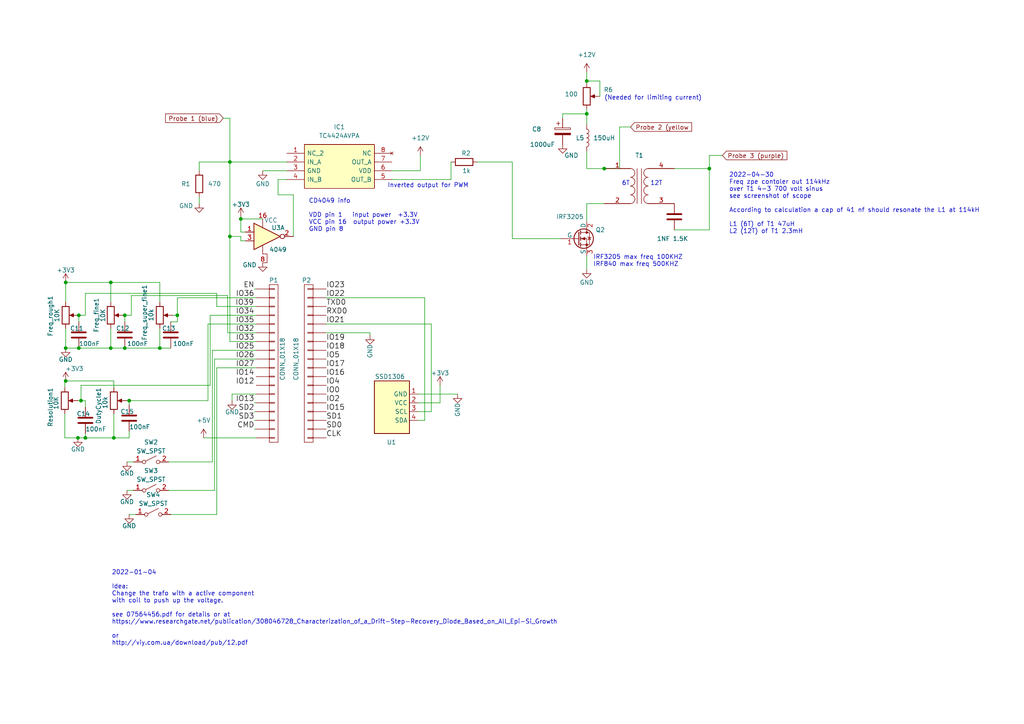
<source format=kicad_sch>
(kicad_sch (version 20220404) (generator eeschema)
  (paper "A4")
  (title_block (title "ZPE controller") (date "2022-02-19") (rev "V0.9"))
  (lib_symbols
    (symbol "4xxx:4009" (pin_names (offset 1.016))
      (property "Reference" "U3" (at 3.175 2.54 0))
      (property "Value" "4049" (at 3.175 -3.81 0))
      (symbol "4009_0_1"
        (polyline (pts (xy -1.27 -5.08) (xy -1.27 -2.54)))
        (polyline (pts (xy -1.27 3.81) (xy -1.27 2.54)))
        (polyline (pts (xy -1.27 5.08) (xy -1.27 3.81)))
        (polyline (pts (xy -1.27 -5.08) (xy 0 -5.08) (xy 0 -7.62) (xy -1.27 -7.62)))
      )
      (symbol "4009_1_0"
        (polyline (pts (xy -3.81 3.81) (xy -3.81 -3.81) (xy 3.81 0) (xy -3.81 3.81)) (stroke (width 0.254)) (fill (type background)))
        (pin output inverted (at 7.62 0 180) (length 3.81) (name "~") (number "2"))
        (pin input line (at -6.35 -1.27 0) (length 2.54) (name "~") (number "3"))
      )
      (symbol "4009_1_1"
        (pin power_in line (at -6.35 1.27 0) (length 2.54) (name "VDD") (number "1"))
        (pin power_in line (at -1.27 5.08 0) (length 0) (name "VCC") (number "16"))
        (pin power_in line (at -1.27 -7.62 180) (length 0) (name "GND") (number "8"))
      )
      (symbol "4009_2_0"
        (polyline (pts (xy -3.81 3.81) (xy -3.81 -3.81) (xy 3.81 0) (xy -3.81 3.81)) (stroke (width 0.254)) (fill (type background)))
        (pin output inverted (at 7.62 0 180) (length 3.81) (name "~") (number "4"))
        (pin input line (at -7.62 0 0) (length 3.81) (name "~") (number "5"))
      )
      (symbol "4009_3_0"
        (polyline (pts (xy -3.81 3.81) (xy -3.81 -3.81) (xy 3.81 0) (xy -3.81 3.81)) (stroke (width 0.254)) (fill (type background)))
        (pin output inverted (at 7.62 0 180) (length 3.81) (name "~") (number "6"))
        (pin input line (at -7.62 0 0) (length 3.81) (name "~") (number "7"))
      )
      (symbol "4009_4_0"
        (polyline (pts (xy -3.81 3.81) (xy -3.81 -3.81) (xy 3.81 0) (xy -3.81 3.81)) (stroke (width 0.254)) (fill (type background)))
        (pin output inverted (at 7.62 0 180) (length 3.81) (name "~") (number "10"))
        (pin input line (at -7.62 0 0) (length 3.81) (name "~") (number "9"))
      )
      (symbol "4009_5_0"
        (polyline (pts (xy -3.81 3.81) (xy -3.81 -3.81) (xy 3.81 0) (xy -3.81 3.81)) (stroke (width 0.254)) (fill (type background)))
        (pin input line (at -7.62 0 0) (length 3.81) (name "~") (number "11"))
        (pin output inverted (at 7.62 0 180) (length 3.81) (name "~") (number "12"))
      )
      (symbol "4009_6_0"
        (polyline (pts (xy -3.81 3.81) (xy -3.81 -3.81) (xy 3.81 0) (xy -3.81 3.81)) (stroke (width 0.254)) (fill (type background)))
        (pin input line (at -7.62 0 0) (length 3.81) (name "~") (number "14"))
        (pin output inverted (at 7.62 0 180) (length 3.81) (name "~") (number "15"))
      )
      (symbol "4009_7_0"
        (pin power_in line (at 2.54 12.7 270) (length 5.08) (name "VCC") (number "1"))
        (pin power_in line (at -2.54 12.7 270) (length 5.08) (name "VDD") (number "16"))
        (pin power_in line (at 0 -12.7 90) (length 5.08) (name "VSS") (number "8"))
      )
      (symbol "4009_7_1"
        (rectangle (start -5.08 7.62) (end 5.08 -7.62) (stroke (width 0.254)) (fill (type background)))
      )
    )
    (symbol "CONN_01X19_1" (pin_numbers hide) (pin_names (offset 1.016) hide)
      (property "Reference" "P1" (at 0 25.4 0))
      (property "Value" "CONN_01X19_1" (at 2.54 0 90))
      (symbol "CONN_01X19_1_0_1"
        (rectangle (start -1.27 -22.733) (end 0.254 -22.987))
        (rectangle (start -1.27 -20.193) (end 0.254 -20.447))
        (rectangle (start -1.27 -17.653) (end 0.254 -17.907))
        (rectangle (start -1.27 -15.113) (end 0.254 -15.367))
        (rectangle (start -1.27 -12.573) (end 0.254 -12.827))
        (rectangle (start -1.27 -10.033) (end 0.254 -10.287))
        (rectangle (start -1.27 -7.493) (end 0.254 -7.747))
        (rectangle (start -1.27 -4.953) (end 0.254 -5.207))
        (rectangle (start -1.27 -2.413) (end 0.254 -2.667))
        (rectangle (start -1.27 0.127) (end 0.254 -0.127))
        (rectangle (start -1.27 2.667) (end 0.254 2.413))
        (rectangle (start -1.27 5.207) (end 0.254 4.953))
        (rectangle (start -1.27 7.747) (end 0.254 7.493))
        (rectangle (start -1.27 10.287) (end 0.254 10.033))
        (rectangle (start -1.27 12.827) (end 0.254 12.573))
        (rectangle (start -1.27 15.367) (end 0.254 15.113))
        (rectangle (start -1.27 17.907) (end 0.254 17.653))
        (rectangle (start -1.27 20.447) (end 0.254 20.193))
        (rectangle (start -1.27 21.59) (end 1.27 -24.13))
      )
      (symbol "CONN_01X19_1_1_1"
        (pin passive line (at -5.08 0 0) (length 3.81) (name "P10") (number "10"))
        (pin passive line (at -5.08 -2.54 0) (length 3.81) (name "P11") (number "11"))
        (pin passive line (at -5.08 -5.08 0) (length 3.81) (name "P12") (number "12"))
        (pin passive line (at -5.08 -7.62 0) (length 3.81) (name "P13") (number "13"))
        (pin passive line (at -5.08 -10.16 0) (length 3.81) (name "P14") (number "14"))
        (pin passive line (at -5.08 -12.7 0) (length 3.81) (name "P15") (number "15"))
        (pin passive line (at -5.08 -15.24 0) (length 3.81) (name "P16") (number "16"))
        (pin passive line (at -5.08 -17.78 0) (length 3.81) (name "P17") (number "17"))
        (pin passive line (at -5.08 -20.32 0) (length 3.81) (name "P18") (number "18"))
        (pin passive line (at -5.08 -22.86 0) (length 3.81) (name "P19") (number "19"))
        (pin passive line (at -5.08 20.32 0) (length 3.81) (name "P2") (number "2"))
        (pin passive line (at -5.08 17.78 0) (length 3.81) (name "P3") (number "3"))
        (pin passive line (at -5.08 15.24 0) (length 3.81) (name "P4") (number "4"))
        (pin passive line (at -5.08 12.7 0) (length 3.81) (name "P5") (number "5"))
        (pin passive line (at -5.08 10.16 0) (length 3.81) (name "P6") (number "6"))
        (pin passive line (at -5.08 7.62 0) (length 3.81) (name "P7") (number "7"))
        (pin passive line (at -5.08 5.08 0) (length 3.81) (name "P8") (number "8"))
        (pin passive line (at -5.08 2.54 0) (length 3.81) (name "P9") (number "9"))
      )
    )
    (symbol "Device:C" (pin_numbers hide) (pin_names (offset 0.254))
      (property "Reference" "C" (at 0.635 2.54 0))
      (property "Value" "C" (at 0.635 -2.54 0))
      (symbol "C_0_1"
        (polyline (pts (xy -2.032 -0.762) (xy 2.032 -0.762)) (stroke (width 0.508)))
        (polyline (pts (xy -2.032 0.762) (xy 2.032 0.762)) (stroke (width 0.508)))
      )
      (symbol "C_1_1"
        (pin passive line (at 0 3.81 270) (length 2.794) (name "~") (number "1"))
        (pin passive line (at 0 -3.81 90) (length 2.794) (name "~") (number "2"))
      )
    )
    (symbol "Device:C_Polarized" (pin_numbers hide) (pin_names (offset 0.254))
      (property "Reference" "C" (at 0.635 2.54 0))
      (property "Value" "C_Polarized" (at 0.635 -2.54 0))
      (symbol "C_Polarized_0_1"
        (rectangle (start -2.286 0.508) (end 2.286 1.016))
        (polyline (pts (xy -1.778 2.286) (xy -0.762 2.286)))
        (polyline (pts (xy -1.27 2.794) (xy -1.27 1.778)))
        (rectangle (start 2.286 -0.508) (end -2.286 -1.016) (fill (type outline)))
      )
      (symbol "C_Polarized_1_1"
        (pin passive line (at 0 3.81 270) (length 2.794) (name "~") (number "1"))
        (pin passive line (at 0 -3.81 90) (length 2.794) (name "~") (number "2"))
      )
    )
    (symbol "Device:R" (pin_numbers hide) (pin_names (offset 0))
      (property "Reference" "R" (at 2.032 0 90))
      (property "Value" "R" (at 0 0 90))
      (symbol "R_0_1"
        (rectangle (start -1.016 -2.54) (end 1.016 2.54) (stroke (width 0.254)))
      )
      (symbol "R_1_1"
        (pin passive line (at 0 3.81 270) (length 1.27) (name "~") (number "1"))
        (pin passive line (at 0 -3.81 90) (length 1.27) (name "~") (number "2"))
      )
    )
    (symbol "Device:R_Potentiometer" (pin_numbers hide) (pin_names (offset 1.016) hide)
      (property "Reference" "RV" (at -4.445 0 90))
      (property "Value" "R_Potentiometer" (at -2.54 0 90))
      (symbol "R_Potentiometer_0_1"
        (polyline (pts (xy 2.54 0) (xy 1.524 0)))
        (polyline (pts (xy 1.143 0) (xy 2.286 0.508) (xy 2.286 -0.508) (xy 1.143 0)) (fill (type outline)))
        (rectangle (start 1.016 2.54) (end -1.016 -2.54) (stroke (width 0.254)))
      )
      (symbol "R_Potentiometer_1_1"
        (pin passive line (at 0 3.81 270) (length 1.27) (name "1") (number "1"))
        (pin passive line (at 3.81 0 180) (length 1.27) (name "2") (number "2"))
        (pin passive line (at 0 -3.81 90) (length 1.27) (name "3") (number "3"))
      )
    )
    (symbol "Device:Transformer_1P_1S" (pin_names (offset 1.016) hide)
      (property "Reference" "T" (at 0 6.35 0))
      (property "Value" "Transformer_1P_1S" (at 0 -7.62 0))
      (symbol "Transformer_1P_1S_0_1"
        (arc (start -2.54 -5.0546) (mid -1.6561 -4.6863) (end -1.27 -3.81))
        (arc (start -2.54 -2.5146) (mid -1.6561 -2.1463) (end -1.27 -1.27))
        (arc (start -2.54 0.0254) (mid -1.6561 0.3937) (end -1.27 1.27))
        (arc (start -2.54 2.5654) (mid -1.6561 2.9337) (end -1.27 3.81))
        (arc (start -1.27 -3.81) (mid -1.642 -2.912) (end -2.54 -2.54))
        (arc (start -1.27 -1.27) (mid -1.642 -0.372) (end -2.54 0))
        (arc (start -1.27 1.27) (mid -1.642 2.168) (end -2.54 2.54))
        (arc (start -1.27 3.81) (mid -1.642 4.708) (end -2.54 5.08))
        (polyline (pts (xy -0.635 5.08) (xy -0.635 -5.08)))
        (polyline (pts (xy 0.635 -5.08) (xy 0.635 5.08)))
        (arc (start 1.2954 -1.27) (mid 1.6599 -2.1501) (end 2.54 -2.5146))
        (arc (start 1.2954 1.27) (mid 1.6599 0.3899) (end 2.54 0.0254))
        (arc (start 1.2954 3.81) (mid 1.6599 2.9299) (end 2.54 2.5654))
        (arc (start 1.3208 -3.81) (mid 1.6853 -4.6901) (end 2.5654 -5.0546))
        (arc (start 2.54 0) (mid 1.6456 -0.3683) (end 1.2954 -1.27))
        (arc (start 2.54 2.54) (mid 1.6456 2.1717) (end 1.2954 1.27))
        (arc (start 2.54 5.08) (mid 1.6456 4.7117) (end 1.2954 3.81))
        (arc (start 2.5654 -2.54) (mid 1.671 -2.9083) (end 1.3208 -3.81))
      )
      (symbol "Transformer_1P_1S_1_1"
        (pin passive line (at -10.16 5.08 0) (length 7.62) (name "AA") (number "1"))
        (pin passive line (at -10.16 -5.08 0) (length 7.62) (name "AB") (number "2"))
        (pin passive line (at 10.16 -5.08 180) (length 7.62) (name "SA") (number "3"))
        (pin passive line (at 10.16 5.08 180) (length 7.62) (name "SB") (number "4"))
      )
    )
    (symbol "Hornbill-Devboard-rescue:+3.3V" (power) (pin_names (offset 0))
      (property "Value" "+3.3V" (at 0 3.556 0))
      (symbol "+3.3V_0_1"
        (polyline (pts (xy -0.762 1.27) (xy 0 2.54)))
        (polyline (pts (xy 0 0) (xy 0 2.54)))
        (polyline (pts (xy 0 2.54) (xy 0.762 1.27)))
      )
      (symbol "+3.3V_1_1"
        (pin power_in line (at 0 0 90) (length 0) hide (name "+3V3") (number "1"))
      )
    )
    (symbol "Hornbill-Devboard-rescue:CONN_01X19" (pin_numbers hide) (pin_names (offset 1.016) hide)
      (property "Reference" "P2" (at 0 24.13 0))
      (property "Value" "CONN_01X19" (at -2.54 0 90))
      (symbol "CONN_01X19_0_1"
        (rectangle (start -1.27 -22.733) (end 0.254 -22.987))
        (rectangle (start -1.27 -20.193) (end 0.254 -20.447))
        (rectangle (start -1.27 -17.653) (end 0.254 -17.907))
        (rectangle (start -1.27 -15.113) (end 0.254 -15.367))
        (rectangle (start -1.27 -12.573) (end 0.254 -12.827))
        (rectangle (start -1.27 -10.033) (end 0.254 -10.287))
        (rectangle (start -1.27 -7.493) (end 0.254 -7.747))
        (rectangle (start -1.27 -4.953) (end 0.254 -5.207))
        (rectangle (start -1.27 -2.413) (end 0.254 -2.667))
        (rectangle (start -1.27 0.127) (end 0.254 -0.127))
        (rectangle (start -1.27 2.667) (end 0.254 2.413))
        (rectangle (start -1.27 5.207) (end 0.254 4.953))
        (rectangle (start -1.27 7.747) (end 0.254 7.493))
        (rectangle (start -1.27 10.287) (end 0.254 10.033))
        (rectangle (start -1.27 12.827) (end 0.254 12.573))
        (rectangle (start -1.27 15.367) (end 0.254 15.113))
        (rectangle (start -1.27 17.907) (end 0.254 17.653))
        (rectangle (start -1.27 20.447) (end 0.254 20.193))
        (rectangle (start -1.27 21.59) (end 1.27 -24.13))
      )
      (symbol "CONN_01X19_1_1"
        (pin passive line (at -5.08 0 0) (length 3.81) (name "P10") (number "10"))
        (pin passive line (at -5.08 -2.54 0) (length 3.81) (name "P11") (number "11"))
        (pin passive line (at -5.08 -5.08 0) (length 3.81) (name "P12") (number "12"))
        (pin passive line (at -5.08 -7.62 0) (length 3.81) (name "P13") (number "13"))
        (pin passive line (at -5.08 -10.16 0) (length 3.81) (name "P14") (number "14"))
        (pin passive line (at -5.08 -12.7 0) (length 3.81) (name "P15") (number "15"))
        (pin passive line (at -5.08 -15.24 0) (length 3.81) (name "P16") (number "16"))
        (pin passive line (at -5.08 -17.78 0) (length 3.81) (name "P17") (number "17"))
        (pin passive line (at -5.08 -20.32 0) (length 3.81) (name "P18") (number "18"))
        (pin passive line (at -5.08 -22.86 0) (length 3.81) (name "P19") (number "19"))
        (pin passive line (at -5.08 20.32 0) (length 3.81) (name "P2") (number "2"))
        (pin passive line (at -5.08 17.78 0) (length 3.81) (name "P3") (number "3"))
        (pin passive line (at -5.08 15.24 0) (length 3.81) (name "P4") (number "4"))
        (pin passive line (at -5.08 12.7 0) (length 3.81) (name "P5") (number "5"))
        (pin passive line (at -5.08 10.16 0) (length 3.81) (name "P6") (number "6"))
        (pin passive line (at -5.08 7.62 0) (length 3.81) (name "P7") (number "7"))
        (pin passive line (at -5.08 5.08 0) (length 3.81) (name "P8") (number "8"))
        (pin passive line (at -5.08 2.54 0) (length 3.81) (name "P9") (number "9"))
      )
    )
    (symbol "Hornbill-Devboard-rescue:GND" (power) (pin_names (offset 0))
      (property "Value" "GND" (at 0 -3.81 0))
      (symbol "GND_0_1"
        (polyline (pts (xy 0 0) (xy 0 -1.27) (xy 1.27 -1.27) (xy 0 -2.54) (xy -1.27 -1.27) (xy 0 -1.27)))
      )
      (symbol "GND_1_1"
        (pin power_in line (at 0 0 270) (length 0) hide (name "GND") (number "1"))
      )
    )
    (symbol "L_1" (pin_numbers hide) (pin_names (offset 1.016) hide)
      (property "Reference" "L" (at -1.27 0 90))
      (property "Value" "L_1" (at 1.905 0 90))
      (symbol "L_1_0_1"
        (arc (start 0 -2.54) (mid 0.6322 -1.905) (end 0 -1.27))
        (arc (start 0 -1.27) (mid 0.6322 -0.635) (end 0 0))
        (arc (start 0 0) (mid 0.6322 0.635) (end 0 1.27))
        (arc (start 0 1.27) (mid 0.6322 1.905) (end 0 2.54))
      )
      (symbol "L_1_1_1"
        (pin passive line (at 0 3.81 270) (length 1.27) (name "1") (number "1"))
        (pin passive line (at 0 -3.81 90) (length 1.27) (name "2") (number "2"))
      )
    )
    (symbol "Memory_EEPROM:24AA02-OT"
      (property "Reference" "U?" (at -6.35 5.08 0))
      (property "Value" "SSD1306" (at 3.81 8.89 0))
      (symbol "24AA02-OT_1_1"
        (rectangle (start -5.08 -7.62) (end 5.08 7.62) (stroke (width 0.254)) (fill (type background)))
        (pin power_in line (at 7.62 3.81 180) (length 2.54) (name "GND") (number "1"))
        (pin power_in line (at 7.62 1.27 180) (length 2.54) (name "VCC") (number "2"))
        (pin input line (at 7.62 -1.27 180) (length 2.54) (name "SCL") (number "3"))
        (pin bidirectional line (at 7.62 -3.81 180) (length 2.54) (name "SDA") (number "4"))
        (pin no_connect line (at 7.62 -2.54 180) (length 2.54) hide (name "NC") (number "5"))
      )
    )
    (symbol "R_Potentiometer_1" (pin_numbers hide) (pin_names (offset 1.016) hide)
      (property "Reference" "RV" (at -4.445 0 90))
      (property "Value" "R_Potentiometer_1" (at -2.54 0 90))
      (symbol "R_Potentiometer_1_0_1"
        (polyline (pts (xy 2.54 0) (xy 1.524 0)))
        (polyline (pts (xy 1.143 0) (xy 2.286 0.508) (xy 2.286 -0.508) (xy 1.143 0)) (fill (type outline)))
        (rectangle (start 1.016 2.54) (end -1.016 -2.54) (stroke (width 0.254)))
      )
      (symbol "R_Potentiometer_1_1_1"
        (pin passive line (at 0 3.81 270) (length 1.27) (name "1") (number "1"))
        (pin passive line (at 3.81 0 180) (length 1.27) (name "2") (number "2"))
        (pin passive line (at 0 -3.81 90) (length 1.27) (name "3") (number "3"))
      )
    )
    (symbol "R_Potentiometer_2" (pin_numbers hide) (pin_names (offset 1.016) hide)
      (property "Reference" "RV" (at -4.445 0 90))
      (property "Value" "R_Potentiometer_2" (at -2.54 0 90))
      (symbol "R_Potentiometer_2_0_1"
        (polyline (pts (xy 2.54 0) (xy 1.524 0)))
        (polyline (pts (xy 1.143 0) (xy 2.286 0.508) (xy 2.286 -0.508) (xy 1.143 0)) (fill (type outline)))
        (rectangle (start 1.016 2.54) (end -1.016 -2.54) (stroke (width 0.254)))
      )
      (symbol "R_Potentiometer_2_1_1"
        (pin passive line (at 0 3.81 270) (length 1.27) (name "1") (number "1"))
        (pin passive line (at 3.81 0 180) (length 1.27) (name "2") (number "2"))
        (pin passive line (at 0 -3.81 90) (length 1.27) (name "3") (number "3"))
      )
    )
    (symbol "R_Potentiometer_3" (pin_numbers hide) (pin_names (offset 1.016) hide)
      (property "Reference" "RV" (at -4.445 0 90))
      (property "Value" "R_Potentiometer_3" (at -2.54 0 90))
      (symbol "R_Potentiometer_3_0_1"
        (polyline (pts (xy 2.54 0) (xy 1.524 0)))
        (polyline (pts (xy 1.143 0) (xy 2.286 0.508) (xy 2.286 -0.508) (xy 1.143 0)) (fill (type outline)))
        (rectangle (start 1.016 2.54) (end -1.016 -2.54) (stroke (width 0.254)))
      )
      (symbol "R_Potentiometer_3_1_1"
        (pin passive line (at 0 3.81 270) (length 1.27) (name "1") (number "1"))
        (pin passive line (at 3.81 0 180) (length 1.27) (name "2") (number "2"))
        (pin passive line (at 0 -3.81 90) (length 1.27) (name "3") (number "3"))
      )
    )
    (symbol "R_Potentiometer_4" (pin_numbers hide) (pin_names (offset 1.016) hide)
      (property "Reference" "RV" (at -4.445 0 90))
      (property "Value" "R_Potentiometer_4" (at -2.54 0 90))
      (symbol "R_Potentiometer_4_0_1"
        (polyline (pts (xy 2.54 0) (xy 1.524 0)))
        (polyline (pts (xy 1.143 0) (xy 2.286 0.508) (xy 2.286 -0.508) (xy 1.143 0)) (fill (type outline)))
        (rectangle (start 1.016 2.54) (end -1.016 -2.54) (stroke (width 0.254)))
      )
      (symbol "R_Potentiometer_4_1_1"
        (pin passive line (at 0 3.81 270) (length 1.27) (name "1") (number "1"))
        (pin passive line (at 3.81 0 180) (length 1.27) (name "2") (number "2"))
        (pin passive line (at 0 -3.81 90) (length 1.27) (name "3") (number "3"))
      )
    )
    (symbol "Switch:SW_SPST" (pin_names (offset 0) hide)
      (property "Reference" "SW" (at 0 3.175 0))
      (property "Value" "SW_SPST" (at 0 -2.54 0))
      (symbol "SW_SPST_0_0"
        (circle (center -2.032 0) (radius 0.508))
        (polyline (pts (xy -1.524 0.254) (xy 1.524 1.778)))
        (circle (center 2.032 0) (radius 0.508))
      )
      (symbol "SW_SPST_1_1"
        (pin passive line (at -5.08 0 0) (length 2.54) (name "A") (number "1"))
        (pin passive line (at 5.08 0 180) (length 2.54) (name "B") (number "2"))
      )
    )
    (symbol "TC4424AVPA:TC4424AVPA" (pin_names (offset 0.762))
      (property "Reference" "IC1" (at 15.24 7.62 0))
      (property "Value" "TC4424AVPA" (at 15.24 5.08 0))
      (symbol "TC4424AVPA_0_0"
        (pin passive line (at 0 0 0) (length 5.08) (name "NC_2") (number "1"))
        (pin passive line (at 0 -2.54 0) (length 5.08) (name "IN_A") (number "2"))
        (pin passive line (at 0 -5.08 0) (length 5.08) (name "GND") (number "3"))
        (pin passive line (at 0 -7.62 0) (length 5.08) (name "IN_B") (number "4"))
        (pin passive line (at 30.48 -7.62 180) (length 5.08) (name "OUT_B") (number "5"))
        (pin passive line (at 30.48 -5.08 180) (length 5.08) (name "VDD") (number "6"))
        (pin passive line (at 30.48 -2.54 180) (length 5.08) (name "OUT_A") (number "7"))
        (pin no_connect line (at 30.48 0 180) (length 5.08) (name "NC") (number "8"))
      )
      (symbol "TC4424AVPA_0_1"
        (polyline (pts (xy 5.08 2.54) (xy 25.4 2.54) (xy 25.4 -10.16) (xy 5.08 -10.16) (xy 5.08 2.54)) (stroke (width 0.1524)))
        (rectangle (start 5.08 2.54) (end 25.4 -10.16) (fill (type color) (color 255 255 194 1)))
      )
    )
    (symbol "ZPE-test-3-rescue:BUZ11-Transistor" (pin_names (offset 0))
      (property "Reference" "Q" (at 6.35 1.905 0))
      (property "Value" "BUZ11-Transistor" (at 6.35 0 0))
      (symbol "BUZ11-Transistor_0_1"
        (polyline (pts (xy 0.762 -1.778) (xy 2.54 -1.778)))
        (polyline (pts (xy 0.762 -1.27) (xy 0.762 -2.286)) (stroke (width 0.254)))
        (polyline (pts (xy 0.762 0) (xy 2.54 0)))
        (polyline (pts (xy 0.762 0.508) (xy 0.762 -0.508)) (stroke (width 0.254)))
        (polyline (pts (xy 0.762 1.778) (xy 2.54 1.778)))
        (polyline (pts (xy 0.762 2.286) (xy 0.762 1.27)) (stroke (width 0.254)))
        (polyline (pts (xy 2.54 -1.778) (xy 2.54 -2.54)))
        (polyline (pts (xy 2.54 -1.778) (xy 2.54 0)))
        (polyline (pts (xy 2.54 2.54) (xy 2.54 1.778)))
        (polyline (pts (xy 0.254 1.905) (xy 0.254 -1.905) (xy 0.254 -1.905)) (stroke (width 0.254)))
        (polyline (pts (xy 1.016 0) (xy 2.032 0.381) (xy 2.032 -0.381) (xy 1.016 0)) (fill (type outline)))
        (polyline (pts (xy 2.54 -1.778) (xy 3.302 -1.778) (xy 3.302 1.778) (xy 2.54 1.778)))
        (polyline (pts (xy 2.794 0.508) (xy 2.921 0.381) (xy 3.683 0.381) (xy 3.81 0.254)))
        (polyline (pts (xy 3.302 0.381) (xy 2.921 -0.254) (xy 3.683 -0.254) (xy 3.302 0.381)))
        (circle (center 1.651 0) (radius 2.8194) (stroke (width 0.254)))
        (circle (center 2.54 -1.778) (radius 0.2794) (fill (type outline)))
        (circle (center 2.54 1.778) (radius 0.2794) (fill (type outline)))
      )
      (symbol "BUZ11-Transistor_1_1"
        (pin input line (at -5.08 0 0) (length 5.334) (name "G") (number "1"))
        (pin passive line (at 2.54 5.08 270) (length 2.54) (name "D") (number "2"))
        (pin passive line (at 2.54 -5.08 90) (length 2.54) (name "S") (number "3"))
      )
    )
    (symbol "power:+12V" (power) (pin_names (offset 0))
      (property "Value" "+12V" (at 0 3.556 0))
      (symbol "+12V_0_1"
        (polyline (pts (xy -0.762 1.27) (xy 0 2.54)))
        (polyline (pts (xy 0 0) (xy 0 2.54)))
        (polyline (pts (xy 0 2.54) (xy 0.762 1.27)))
      )
      (symbol "+12V_1_1"
        (pin power_in line (at 0 0 90) (length 0) hide (name "+12V") (number "1"))
      )
    )
    (symbol "power:+5V" (power) (pin_names (offset 0))
      (property "Value" "+5V" (at 0 3.556 0))
      (symbol "+5V_0_1"
        (polyline (pts (xy -0.762 1.27) (xy 0 2.54)))
        (polyline (pts (xy 0 0) (xy 0 2.54)))
        (polyline (pts (xy 0 2.54) (xy 0.762 1.27)))
      )
      (symbol "+5V_1_1"
        (pin power_in line (at 0 0 90) (length 0) hide (name "+5V") (number "1"))
      )
    )
    (symbol "power:GND" (power) (pin_names (offset 0))
      (property "Value" "GND" (at 0 -3.81 0))
      (symbol "GND_0_1"
        (polyline (pts (xy 0 0) (xy 0 -1.27) (xy 1.27 -1.27) (xy 0 -2.54) (xy -1.27 -1.27) (xy 0 -1.27)))
      )
      (symbol "GND_1_1"
        (pin power_in line (at 0 0 270) (length 0) hide (name "GND") (number "1"))
      )
    )
  )
  (junction (at 170.18 33.02))
  (junction (at 205.74 48.895))
  (junction (at 51.435 91.44))
  (junction (at 32.131 100.965))
  (junction (at 22.86 100.965))
  (junction (at 19.05 100.965))
  (junction (at 19.05 110.49))
  (junction (at 22.606 127))
  (junction (at 32.131 81.915))
  (junction (at 37.465 116.205))
  (junction (at 66.675 46.99))
  (junction (at 36.195 100.965))
  (junction (at 46.355 100.965))
  (junction (at 22.86 91.44))
  (junction (at 36.195 91.44))
  (junction (at 170.18 23.495))
  (junction (at 66.675 68.58))
  (junction (at 33.02 127))
  (junction (at 19.05 81.915))
  (junction (at 23.495 116.205))
  (junction (at 175.26 48.895))
  (junction (at 69.85 63.5))
  (junction (at 24.765 127))
  (wire (pts (xy 60.96 91.44) (xy 60.96 111.76)))
  (wire (pts (xy 19.05 110.49) (xy 33.02 110.49)))
  (wire (pts (xy 179.705 36.83) (xy 179.705 48.895)))
  (wire (pts (xy 33.02 120.015) (xy 33.02 127)))
  (wire (pts (xy 24.765 127) (xy 24.765 125.73)))
  (wire (pts (xy 36.83 133.985) (xy 38.735 133.985)))
  (wire (pts (xy 22.86 91.44) (xy 24.765 91.44)))
  (wire (pts (xy 66.04 96.52) (xy 74.295 96.52)))
  (wire (pts (xy 69.85 68.58) (xy 69.85 69.85)))
  (wire (pts (xy 123.19 86.36) (xy 123.19 121.92)))
  (wire (pts (xy 205.74 48.895) (xy 205.74 66.675)))
  (wire (pts (xy 66.675 99.06) (xy 74.295 99.06)))
  (wire (pts (xy 127.635 111.76) (xy 127.635 116.84)))
  (wire (pts (xy 80.645 52.07) (xy 83.185 52.07)))
  (wire (pts (xy 66.675 34.29) (xy 66.675 46.99)))
  (wire (pts (xy 123.19 121.92) (xy 121.285 121.92)))
  (wire (pts (xy 46.355 100.965) (xy 49.53 100.965)))
  (wire (pts (xy 69.85 63.5) (xy 76.2 63.5)))
  (wire (pts (xy 170.18 20.955) (xy 170.18 23.495)))
  (wire (pts (xy 38.1 91.44) (xy 38.1 85.725)))
  (wire (pts (xy 46.355 100.965) (xy 36.195 100.965)))
  (wire (pts (xy 121.285 114.3) (xy 132.715 114.3)))
  (wire (pts (xy 48.895 142.24) (xy 62.23 142.24)))
  (wire (pts (xy 76.2 49.53) (xy 83.185 49.53)))
  (wire (pts (xy 57.785 57.15) (xy 57.785 59.055)))
  (wire (pts (xy 36.195 91.44) (xy 35.941 91.44)))
  (wire (pts (xy 209.55 45.085) (xy 205.74 45.085)))
  (wire (pts (xy 94.615 96.52) (xy 107.315 96.52)))
  (wire (pts (xy 80.645 56.515) (xy 80.645 52.07)))
  (wire (pts (xy 38.1 85.725) (xy 66.04 85.725)))
  (wire (pts (xy 49.53 93.345) (xy 51.435 93.345)))
  (wire (pts (xy 66.04 85.725) (xy 66.04 96.52)))
  (wire (pts (xy 32.131 95.25) (xy 32.131 100.965)))
  (wire (pts (xy 94.615 93.98) (xy 125.095 93.98)))
  (wire (pts (xy 19.05 95.25) (xy 19.05 100.965)))
  (wire (pts (xy 62.865 88.9) (xy 74.295 88.9)))
  (wire (pts (xy 130.81 46.99) (xy 130.81 52.07)))
  (wire (pts (xy 19.05 81.915) (xy 32.131 81.915)))
  (wire (pts (xy 46.355 81.915) (xy 32.131 81.915)))
  (wire (pts (xy 107.315 96.52) (xy 107.315 97.282)))
  (wire (pts (xy 61.595 101.6) (xy 74.295 101.6)))
  (wire (pts (xy 170.18 43.815) (xy 170.18 48.895)))
  (wire (pts (xy 51.435 93.345) (xy 51.435 91.44)))
  (wire (pts (xy 62.865 85.09) (xy 62.865 88.9)))
  (wire (pts (xy 205.74 45.085) (xy 205.74 48.895)))
  (wire (pts (xy 69.85 69.85) (xy 71.12 69.85)))
  (wire (pts (xy 32.131 100.965) (xy 36.195 100.965)))
  (wire (pts (xy 24.765 116.205) (xy 23.495 116.205)))
  (wire (pts (xy 22.606 127) (xy 18.796 127)))
  (wire (pts (xy 170.18 59.055) (xy 175.26 59.055)))
  (wire (pts (xy 18.796 127) (xy 18.796 120.015)))
  (wire (pts (xy 24.765 91.44) (xy 24.765 85.09)))
  (wire (pts (xy 36.83 142.24) (xy 38.735 142.24)))
  (wire (pts (xy 59.055 127) (xy 74.295 127)))
  (wire (pts (xy 69.85 63.5) (xy 69.85 62.865)))
  (wire (pts (xy 74.295 124.46) (xy 73.787 124.46)))
  (wire (pts (xy 66.675 68.58) (xy 66.675 99.06)))
  (wire (pts (xy 195.58 66.675) (xy 205.74 66.675)))
  (wire (pts (xy 85.09 68.58) (xy 85.09 56.515)))
  (wire (pts (xy 62.23 142.24) (xy 62.23 104.14)))
  (wire (pts (xy 182.88 36.83) (xy 179.705 36.83)))
  (wire (pts (xy 62.865 149.225) (xy 62.865 106.68)))
  (wire (pts (xy 46.355 95.25) (xy 46.355 100.965)))
  (wire (pts (xy 163.195 34.29) (xy 163.195 33.02)))
  (wire (pts (xy 74.295 119.38) (xy 73.787 119.38)))
  (wire (pts (xy 175.26 48.895) (xy 179.705 48.895)))
  (wire (pts (xy 170.18 33.02) (xy 170.18 36.195)))
  (wire (pts (xy 173.99 23.495) (xy 170.18 23.495)))
  (wire (pts (xy 67.31 114.3) (xy 67.31 116.205)))
  (wire (pts (xy 85.09 56.515) (xy 80.645 56.515)))
  (wire (pts (xy 69.85 67.31) (xy 69.85 63.5)))
  (wire (pts (xy 148.59 69.215) (xy 162.56 69.215)))
  (wire (pts (xy 170.18 31.75) (xy 170.18 33.02)))
  (wire (pts (xy 64.77 34.29) (xy 66.675 34.29)))
  (wire (pts (xy 33.02 127) (xy 24.765 127)))
  (wire (pts (xy 71.12 67.31) (xy 69.85 67.31)))
  (wire (pts (xy 173.99 27.94) (xy 173.99 23.495)))
  (wire (pts (xy 23.495 116.205) (xy 23.495 111.76)))
  (wire (pts (xy 36.83 116.205) (xy 37.465 116.205)))
  (wire (pts (xy 148.59 46.99) (xy 148.59 69.215)))
  (wire (pts (xy 67.31 114.3) (xy 74.295 114.3)))
  (wire (pts (xy 195.58 48.895) (xy 205.74 48.895)))
  (wire (pts (xy 94.615 86.36) (xy 123.19 86.36)))
  (wire (pts (xy 22.86 100.965) (xy 32.131 100.965)))
  (wire (pts (xy 66.675 46.99) (xy 66.675 68.58)))
  (wire (pts (xy 37.465 117.475) (xy 37.465 116.205)))
  (wire (pts (xy 60.325 93.98) (xy 74.295 93.98)))
  (wire (pts (xy 23.495 116.205) (xy 22.606 116.205)))
  (wire (pts (xy 50.165 91.44) (xy 51.435 91.44)))
  (wire (pts (xy 121.285 119.38) (xy 125.095 119.38)))
  (wire (pts (xy 170.18 23.495) (xy 170.18 24.13)))
  (wire (pts (xy 38.1 91.44) (xy 36.195 91.44)))
  (wire (pts (xy 62.865 106.68) (xy 74.295 106.68)))
  (wire (pts (xy 170.18 74.295) (xy 170.18 78.105)))
  (wire (pts (xy 24.765 127) (xy 22.606 127)))
  (wire (pts (xy 163.195 33.02) (xy 170.18 33.02)))
  (wire (pts (xy 33.02 110.49) (xy 33.02 112.395)))
  (wire (pts (xy 138.43 46.99) (xy 148.59 46.99)))
  (wire (pts (xy 170.18 48.895) (xy 175.26 48.895)))
  (wire (pts (xy 37.465 127) (xy 33.02 127)))
  (wire (pts (xy 125.095 119.38) (xy 125.095 93.98)))
  (wire (pts (xy 37.465 116.205) (xy 60.325 116.205)))
  (wire (pts (xy 48.895 133.985) (xy 61.595 133.985)))
  (wire (pts (xy 66.675 46.99) (xy 83.185 46.99)))
  (wire (pts (xy 18.796 112.395) (xy 18.796 110.49)))
  (wire (pts (xy 66.675 68.58) (xy 69.85 68.58)))
  (wire (pts (xy 18.796 110.49) (xy 19.05 110.49)))
  (wire (pts (xy 121.92 49.53) (xy 121.92 45.085)))
  (wire (pts (xy 74.295 121.92) (xy 73.787 121.92)))
  (wire (pts (xy 170.18 59.055) (xy 170.18 64.135)))
  (wire (pts (xy 24.765 85.09) (xy 62.865 85.09)))
  (wire (pts (xy 60.96 91.44) (xy 74.295 91.44)))
  (wire (pts (xy 37.465 125.095) (xy 37.465 127)))
  (wire (pts (xy 32.131 81.915) (xy 32.131 87.63)))
  (wire (pts (xy 113.665 49.53) (xy 121.92 49.53)))
  (wire (pts (xy 121.285 116.84) (xy 127.635 116.84)))
  (wire (pts (xy 22.86 91.44) (xy 22.86 93.345)))
  (wire (pts (xy 19.05 87.63) (xy 19.05 81.915)))
  (wire (pts (xy 36.195 91.44) (xy 36.195 93.345)))
  (wire (pts (xy 23.495 111.76) (xy 60.96 111.76)))
  (wire (pts (xy 37.465 149.225) (xy 39.37 149.225)))
  (wire (pts (xy 57.785 46.99) (xy 66.675 46.99)))
  (wire (pts (xy 62.23 104.14) (xy 74.295 104.14)))
  (wire (pts (xy 46.355 87.63) (xy 46.355 81.915)))
  (wire (pts (xy 130.81 52.07) (xy 113.665 52.07)))
  (wire (pts (xy 74.295 83.82) (xy 73.787 83.82)))
  (wire (pts (xy 60.325 93.98) (xy 60.325 116.205)))
  (wire (pts (xy 19.05 100.965) (xy 22.86 100.965)))
  (wire (pts (xy 24.765 118.11) (xy 24.765 116.205)))
  (wire (pts (xy 57.785 49.53) (xy 57.785 46.99)))
  (wire (pts (xy 61.595 133.985) (xy 61.595 101.6)))
  (wire (pts (xy 49.53 149.225) (xy 62.865 149.225)))
  (wire (pts (xy 51.435 86.36) (xy 51.435 91.44)))
  (wire (pts (xy 74.295 86.36) (xy 51.435 86.36)))
  (wire (pts (xy 74.295 116.84) (xy 73.787 116.84)))
  (text "2022-01-04\n\nIdea:\nChange the trafo with a active component \nwith coil to push up the voltage.\n\nsee 07564456.pdf for details or at \nhttps://www.researchgate.net/publication/308046728_Characterization_of_a_Drift-Step-Recovery_Diode_Based_on_All_Epi-Si_Growth\n\nor \nhttp://viy.com.ua/download/pub/12.pdf" (at 32.385 187.325 0) (effects (font (size 1.27 1.27)) (justify left bottom)))
  (text "IRF3205 max freq 100KHZ\nIRF840 max freq 500KHZ" (at 172.085 77.47 0) (effects (font (size 1.27 1.27)) (justify left bottom)))
  (text "VCC" (at 76.6733 64.8992 0) (effects (font (size 1.27 1.27)) (justify left bottom)))
  (text "6T" (at 180.34 53.975 0) (effects (font (size 1.27 1.27)) (justify left bottom)))
  (text "12T" (at 188.595 53.975 0) (effects (font (size 1.27 1.27)) (justify left bottom)))
  (text "CD4049 info\n\nVDD pin 1   input power  +3.3V\nVCC pin 16  output power +3.3V\nGND pin 8   " (at 89.535 67.31 0) (effects (font (size 1.27 1.27)) (justify left bottom)))
  (text "(Needed for limiting current)" (at 175.26 29.21 0) (effects (font (size 1.27 1.27)) (justify left bottom)))
  (text "\n2022-04-30\nFreq zpe contoler out 114kHz\nover T1 4-3 700 volt sinus \nsee screenshot of scope\n\nAccording to calculation a cap of 41 nf should resonate the L1 at 114kH\n\nL1 (6T) of T1 47uH\nL2 (12T) of T1 2.3mH" (at 211.455 67.945 0) (effects (font (size 1.27 1.27)) (justify left bottom)))
  (text "Inverted output for PWM" (at 112.395 54.61 0) (effects (font (size 1.27 1.27)) (justify left bottom)))
  (label "IO23" (at 94.615 83.82 0) (effects (font (size 1.524 1.524))))
  (label "EN" (at 73.787 83.82 0) (effects (font (size 1.524 1.524))))
  (label "IO5" (at 94.615 104.14 0) (effects (font (size 1.524 1.524))))
  (label "IO16" (at 94.615 109.22 0) (effects (font (size 1.524 1.524))))
  (label "IO26" (at 73.787 104.14 0) (effects (font (size 1.524 1.524))))
  (label "IO35" (at 73.787 93.98 0) (effects (font (size 1.524 1.524))))
  (label "IO25" (at 73.787 101.6 0) (effects (font (size 1.524 1.524))))
  (label "IO27" (at 73.787 106.68 0) (effects (font (size 1.524 1.524))))
  (label "IO33" (at 73.787 99.06 0) (effects (font (size 1.524 1.524))))
  (label "IO34" (at 73.787 91.44 0) (effects (font (size 1.524 1.524))))
  (label "TXD0" (at 94.615 88.9 0) (effects (font (size 1.524 1.524))))
  (label "CMD" (at 73.787 124.46 0) (effects (font (size 1.524 1.524))))
  (label "IO13" (at 73.787 116.84 0) (effects (font (size 1.524 1.524))))
  (label "CLK" (at 94.615 127 0) (effects (font (size 1.524 1.524))))
  (label "RXD0" (at 94.615 91.44 0) (effects (font (size 1.524 1.524))))
  (label "IO14" (at 73.787 109.22 0) (effects (font (size 1.524 1.524))))
  (label "SD2" (at 73.787 119.38 0) (effects (font (size 1.524 1.524))))
  (label "IO39" (at 73.66 88.9 0) (effects (font (size 1.524 1.524))))
  (label "IO17" (at 94.615 106.68 0) (effects (font (size 1.524 1.524))))
  (label "IO15" (at 94.615 119.38 0) (effects (font (size 1.524 1.524))))
  (label "IO12" (at 73.787 111.76 0) (effects (font (size 1.524 1.524))))
  (label "SD3" (at 73.787 121.92 0) (effects (font (size 1.524 1.524))))
  (label "SD1" (at 94.615 121.92 0) (effects (font (size 1.524 1.524))))
  (label "IO18" (at 94.615 101.6 0) (effects (font (size 1.524 1.524))))
  (label "IO19" (at 94.615 99.06 0) (effects (font (size 1.524 1.524))))
  (label "IO4" (at 94.615 111.76 0) (effects (font (size 1.524 1.524))))
  (label "IO36" (at 73.787 86.36 0) (effects (font (size 1.524 1.524))))
  (label "IO32" (at 73.787 96.52 0) (effects (font (size 1.524 1.524))))
  (label "IO22" (at 94.615 86.36 0) (effects (font (size 1.524 1.524))))
  (label "SD0" (at 94.615 124.46 0) (effects (font (size 1.524 1.524))))
  (label "IO2" (at 94.615 116.84 0) (effects (font (size 1.524 1.524))))
  (label "IO21" (at 94.615 93.98 0) (effects (font (size 1.524 1.524))))
  (label "IO0" (at 94.615 114.3 0) (effects (font (size 1.524 1.524))))
  (global_label "Probe 2 (yellow" (shape input) (at 182.88 36.83 0) (property "Intersheetrefs" "${INTERSHEET_REFS}" (effects hide)))
  (global_label "Probe 3 (purple)" (shape input) (at 209.55 45.085 0) (property "Intersheetrefs" "${INTERSHEET_REFS}" (effects hide)))
  (global_label "Probe 1 (blue)" (shape input) (at 64.77 34.29 180) (property "Intersheetrefs" "${INTERSHEET_REFS}" (effects hide)))
  (symbol (lib_id "Hornbill-Devboard-rescue:GND") (at 36.83 142.24 0) (unit 1)
    (default_instance (reference "U") (unit 1) (value "") (footprint ""))
    (property "Reference" "#PWR014" (effects hide))
    (property "Value" "GND" (at 36.83 145.542 0))
  )
  (symbol (lib_id "Switch:SW_SPST") (at 43.815 133.985 0) (unit 1)
    (default_instance (reference "U") (unit 1) (value "") (footprint ""))
    (property "Reference" "SW2" (at 43.815 128.27 0))
    (property "Value" "SW_SPST" (at 43.815 130.81 0))
  )
  (symbol (lib_id "Hornbill-Devboard-rescue:GND") (at 132.715 114.3 0) (unit 1)
    (default_instance (reference "U") (unit 1) (value "") (footprint ""))
    (property "Reference" "#PWR0110" (effects hide))
    (property "Value" "GND" (at 132.715 118.872 90))
  )
  (symbol (lib_id "Device:C") (at 36.195 97.155 0) (unit 1)
    (default_instance (reference "U") (unit 1) (value "") (footprint ""))
    (property "Reference" "C12" (at 33.655 95.25 0) (effects (justify left)))
    (property "Value" "100nF" (at 36.83 99.695 0) (effects (justify left)))
    (property "Footprint" "Capacitor_THT:C_Disc_D5.0mm_W2.5mm_P5.00mm" (effects hide))
  )
  (symbol (lib_id "power:GND") (at 57.785 59.055 0) (unit 1)
    (default_instance (reference "U") (unit 1) (value "") (footprint ""))
    (property "Reference" "#PWR06" (effects hide))
    (property "Value" "GND" (at 53.975 59.69 0))
  )
  (symbol (lib_id "Hornbill-Devboard-rescue:GND") (at 67.31 116.205 0) (unit 1)
    (default_instance (reference "U") (unit 1) (value "") (footprint ""))
    (property "Reference" "#PWR0107" (effects hide))
    (property "Value" "GND" (at 67.31 119.507 0))
  )
  (symbol (lib_id "Device:C") (at 22.86 97.155 0) (unit 1)
    (default_instance (reference "U") (unit 1) (value "") (footprint ""))
    (property "Reference" "C11" (at 20.32 95.25 0) (effects (justify left)))
    (property "Value" "100nF" (at 22.86 99.695 0) (effects (justify left)))
    (property "Footprint" "Capacitor_THT:C_Disc_D5.0mm_W2.5mm_P5.00mm" (effects hide))
  )
  (symbol (lib_id "Hornbill-Devboard-rescue:+3.3V") (at 19.05 81.915 0) (unit 1)
    (default_instance (reference "U") (unit 1) (value "") (footprint ""))
    (property "Reference" "#PWR0112" (effects hide))
    (property "Value" "+3.3V" (at 19.05 78.359 0))
  )
  (symbol (lib_name "R_Potentiometer_3") (lib_id "Device:R_Potentiometer") (at 19.05 91.44 0) (unit 1)
    (default_instance (reference "U") (unit 1) (value "") (footprint ""))
    (property "Reference" "Freq_rough1" (at 14.605 85.725 90) (effects (justify right)))
    (property "Value" "10K" (at 16.51 89.535 90) (effects (justify right)))
    (property "Footprint" "Potentiometer_THT:Potentiometer_Piher_PC-16_Single_Vertical" (effects hide))
  )
  (symbol (lib_name "R_Potentiometer_2") (lib_id "Device:R_Potentiometer") (at 32.131 91.44 0) (unit 1)
    (default_instance (reference "U") (unit 1) (value "") (footprint ""))
    (property "Reference" "Freq_fine1" (at 27.94 86.36 90) (effects (justify right)))
    (property "Value" "10K" (at 29.845 89.535 90) (effects (justify right)))
    (property "Footprint" "Potentiometer_THT:Potentiometer_Piher_PC-16_Single_Vertical" (effects hide))
  )
  (symbol (lib_id "power:GND") (at 76.2 76.2 0) (unit 1)
    (default_instance (reference "U") (unit 1) (value "") (footprint ""))
    (property "Reference" "#PWR05" (effects hide))
    (property "Value" "GND" (at 72.39 76.835 0))
  )
  (symbol (lib_id "TC4424AVPA:TC4424AVPA") (at 83.185 44.45 0) (unit 1)
    (default_instance (reference "U") (unit 1) (value "") (footprint ""))
    (property "Reference" "IC1" (at 98.425 36.83 0))
    (property "Value" "TC4424AVPA" (at 98.425 39.37 0))
    (property "Footprint" "Package_DIP:DIP-8_W10.16mm" (effects hide))
    (property "Description" "Microchip TC4424AVPA, Dual MOSFET Power Driver 4.5A, 4.5  18 V, Non-Inverting, 8-Pin PDIP" (effects hide))
    (property "Manufacturer_Name" "Microchip" (effects hide))
    (property "Manufacturer_Part_Number" "TC4424AVPA" (effects hide))
    (property "Mouser Part Number" "579-TC4424AVPA" (effects hide))
    (property "Mouser Price/Stock" "https://www.mouser.co.uk/ProductDetail/Microchip-Technology/TC4424AVPA?qs=AkCjCAp%252BzjQ%252BX%2F9zoVOWQw%3D%3D" (effects hide))
    (property "Arrow Part Number" "TC4424AVPA" (effects hide))
    (property "Arrow Price/Stock" "https://www.arrow.com/en/products/tc4424avpa/microchip-technology?region=nac" (effects hide))
  )
  (symbol (lib_id "4xxx:4009") (at 77.47 68.58 0) (unit 1)
    (default_instance (reference "U") (unit 1) (value "4009") (footprint ""))
    (property "Reference" "U3" (at 80.645 66.04 0))
    (property "Value" "4049" (at 80.645 72.39 0))
    (property "Footprint" "Package_DIP:DIP-16_W7.62mm" (effects hide))
    (property "Datasheet" "http://www.sycelectronica.com.ar/semiconductores/CD4009.pdf" (effects hide))
  )
  (symbol (lib_id "power:GND") (at 163.195 41.91 0) (unit 1)
    (default_instance (reference "U") (unit 1) (value "") (footprint ""))
    (property "Reference" "#PWR012" (effects hide))
    (property "Value" "GND" (at 165.735 45.085 0))
  )
  (symbol (lib_id "Hornbill-Devboard-rescue:GND") (at 37.465 149.225 0) (unit 1)
    (default_instance (reference "U") (unit 1) (value "") (footprint ""))
    (property "Reference" "#PWR015" (effects hide))
    (property "Value" "GND" (at 37.465 152.527 0))
  )
  (symbol (lib_id "power:+12V") (at 121.92 45.085 0) (unit 1)
    (default_instance (reference "U") (unit 1) (value "") (footprint ""))
    (property "Reference" "#PWR09" (effects hide))
    (property "Value" "+12V" (at 121.92 40.005 0))
  )
  (symbol (lib_id "Hornbill-Devboard-rescue:CONN_01X19") (at 89.535 104.14 0) (mirror y) (unit 1)
    (default_instance (reference "U") (unit 1) (value "") (footprint ""))
    (property "Reference" "P2" (at 88.9 81.28 0))
    (property "Value" "CONN_01X18" (at 85.852 104.14 90))
    (property "Footprint" "Connector_PinHeader_2.54mm:PinHeader_1x19_P2.54mm_Vertical" (effects hide))
  )
  (symbol (lib_name "CONN_01X19_1") (lib_id "Hornbill-Devboard-rescue:CONN_01X19") (at 79.375 104.14 0) (unit 1)
    (default_instance (reference "U") (unit 1) (value "") (footprint ""))
    (property "Reference" "P1" (at 79.375 81.28 0))
    (property "Value" "CONN_01X18" (at 81.915 104.14 90))
    (property "Footprint" "Connector_PinHeader_2.54mm:PinHeader_1x19_P2.54mm_Vertical" (effects hide))
  )
  (symbol (lib_id "power:+5V") (at 59.055 127 0) (unit 1)
    (default_instance (reference "U") (unit 1) (value "") (footprint ""))
    (property "Reference" "#PWR0106" (effects hide))
    (property "Value" "+5V" (at 59.055 121.92 0))
  )
  (symbol (lib_id "power:GND") (at 76.2 49.53 0) (unit 1)
    (default_instance (reference "U") (unit 1) (value "") (footprint ""))
    (property "Reference" "#PWR08" (effects hide))
    (property "Value" "GND" (at 76.2 53.34 0))
  )
  (symbol (lib_id "Switch:SW_SPST") (at 43.815 142.24 0) (unit 1)
    (default_instance (reference "U") (unit 1) (value "") (footprint ""))
    (property "Reference" "SW3" (at 43.815 136.525 0))
    (property "Value" "SW_SPST" (at 43.815 139.065 0))
  )
  (symbol (lib_id "Hornbill-Devboard-rescue:+3.3V") (at 69.85 62.865 0) (unit 1)
    (default_instance (reference "U") (unit 1) (value "") (footprint ""))
    (property "Reference" "#PWR02" (effects hide))
    (property "Value" "+3.3V" (at 69.85 59.309 0))
  )
  (symbol (lib_name "L_1") (lib_id "Device:L") (at 170.18 40.005 0) (unit 1)
    (default_instance (reference "U") (unit 1) (value "") (footprint ""))
    (property "Reference" "L5" (at 167.005 40.005 0) (effects (justify left)))
    (property "Value" "150uH" (at 172.085 40.005 0) (effects (justify left)))
  )
  (symbol (lib_id "power:+12V") (at 170.18 20.955 0) (unit 1)
    (default_instance (reference "U") (unit 1) (value "") (footprint ""))
    (property "Reference" "#PWR04" (effects hide))
    (property "Value" "+12V" (at 170.18 15.875 0))
  )
  (symbol (lib_id "Hornbill-Devboard-rescue:GND") (at 22.606 127 0) (unit 1)
    (default_instance (reference "U") (unit 1) (value "") (footprint ""))
    (property "Reference" "#PWR0109" (effects hide))
    (property "Value" "GND" (at 22.606 130.302 0))
  )
  (symbol (lib_id "Device:R_Potentiometer") (at 33.02 116.205 0) (unit 1)
    (default_instance (reference "U") (unit 1) (value "") (footprint ""))
    (property "Reference" "DutyCycle1" (at 28.575 112.395 90) (effects (justify right)))
    (property "Value" "10k" (at 30.48 114.935 90) (effects (justify right)))
    (property "Footprint" "Potentiometer_THT:Potentiometer_Piher_PC-16_Single_Vertical" (effects hide))
  )
  (symbol (lib_id "Device:Transformer_1P_1S") (at 185.42 53.975 0) (unit 1)
    (default_instance (reference "U") (unit 1) (value "") (footprint ""))
    (property "Reference" "T1" (at 185.4327 45.085 0))
    (property "Value" "Transformer_SP_1S" (effects hide))
    (property "Footprint" "Transformer_THT:Transformer_NF_ETAL_P1165" (effects hide))
  )
  (symbol (lib_id "Hornbill-Devboard-rescue:GND") (at 107.315 97.282 0) (unit 1)
    (default_instance (reference "U") (unit 1) (value "") (footprint ""))
    (property "Reference" "#PWR0108" (effects hide))
    (property "Value" "GND" (at 107.315 101.854 90))
  )
  (symbol (lib_id "Device:R") (at 57.785 53.34 180) (unit 1)
    (default_instance (reference "U") (unit 1) (value "") (footprint ""))
    (property "Reference" "R1" (at 55.245 53.34 0) (effects (justify left)))
    (property "Value" "470" (at 64.135 53.34 0) (effects (justify left)))
    (property "Footprint" "Resistor_THT:R_Axial_DIN0207_L6.3mm_D2.5mm_P10.16mm_Horizontal" (effects hide))
  )
  (symbol (lib_id "Device:C") (at 24.765 121.92 0) (unit 1)
    (default_instance (reference "U") (unit 1) (value "") (footprint ""))
    (property "Reference" "C14" (at 22.225 120.015 0) (effects (justify left)))
    (property "Value" "100nF" (at 24.765 124.46 0) (effects (justify left)))
    (property "Footprint" "Capacitor_THT:C_Disc_D5.0mm_W2.5mm_P5.00mm" (effects hide))
  )
  (symbol (lib_id "Hornbill-Devboard-rescue:+3.3V") (at 19.05 110.49 0) (unit 1)
    (default_instance (reference "U") (unit 1) (value "") (footprint ""))
    (property "Reference" "#PWR01" (effects hide))
    (property "Value" "+3.3V" (at 21.59 106.934 0))
  )
  (symbol (lib_id "Device:C") (at 49.53 97.155 0) (unit 1)
    (default_instance (reference "U") (unit 1) (value "") (footprint ""))
    (property "Reference" "C13" (at 46.99 95.25 0) (effects (justify left)))
    (property "Value" "100nF" (at 50.165 99.695 0) (effects (justify left)))
    (property "Footprint" "Capacitor_THT:C_Disc_D5.0mm_W2.5mm_P5.00mm" (effects hide))
  )
  (symbol (lib_id "power:GND") (at 170.18 78.105 0) (unit 1)
    (default_instance (reference "U") (unit 1) (value "") (footprint ""))
    (property "Reference" "#PWR03" (effects hide))
    (property "Value" "GND" (at 170.18 81.915 0))
  )
  (symbol (lib_id "Device:R") (at 134.62 46.99 90) (unit 1)
    (default_instance (reference "U") (unit 1) (value "") (footprint ""))
    (property "Reference" "R2" (at 136.525 44.45 90) (effects (justify left)))
    (property "Value" "1k" (at 136.525 49.53 90) (effects (justify left)))
    (property "Footprint" "Resistor_THT:R_Axial_DIN0207_L6.3mm_D2.5mm_P10.16mm_Horizontal" (effects hide))
  )
  (symbol (lib_name "R_Potentiometer_4") (lib_id "Device:R_Potentiometer") (at 18.796 116.205 0) (unit 1)
    (default_instance (reference "U") (unit 1) (value "") (footprint ""))
    (property "Reference" "Resolution1" (at 14.605 112.395 90) (effects (justify right)))
    (property "Value" "10K" (at 16.256 114.935 90) (effects (justify right)))
    (property "Footprint" "Potentiometer_THT:Potentiometer_Piher_PC-16_Single_Vertical" (effects hide))
  )
  (symbol (lib_id "Hornbill-Devboard-rescue:GND") (at 36.83 133.985 0) (unit 1)
    (default_instance (reference "U") (unit 1) (value "") (footprint ""))
    (property "Reference" "#PWR013" (effects hide))
    (property "Value" "GND" (at 36.83 137.287 0))
  )
  (symbol (lib_id "Hornbill-Devboard-rescue:+3.3V") (at 127.635 111.76 0) (unit 1)
    (default_instance (reference "U") (unit 1) (value "") (footprint ""))
    (property "Reference" "#PWR0111" (effects hide))
    (property "Value" "+3.3V" (at 127.635 108.204 0))
  )
  (symbol (lib_id "Device:C") (at 37.465 121.285 0) (unit 1)
    (default_instance (reference "U") (unit 1) (value "") (footprint ""))
    (property "Reference" "C15" (at 34.925 119.38 0) (effects (justify left)))
    (property "Value" "100nF" (at 37.465 123.825 0) (effects (justify left)))
    (property "Footprint" "Capacitor_THT:C_Disc_D5.0mm_W2.5mm_P5.00mm" (effects hide))
  )
  (symbol (lib_id "Memory_EEPROM:24AA02-OT") (at 113.665 118.11 0) (unit 1)
    (default_instance (reference "U") (unit 1) (value "") (footprint ""))
    (property "Reference" "U1" (at 114.935 128.27 0) (effects (justify right)))
    (property "Value" "SSD1306" (at 117.475 109.22 0) (effects (justify right)))
    (property "Footprint" "Package_TO_SOT_SMD:SOT-23-5" (effects hide))
    (property "Datasheet" "http://ww1.microchip.com/downloads/en/DeviceDoc/21709J.pdf" (effects hide))
  )
  (symbol (lib_id "Device:C") (at 195.58 62.865 0) (unit 1)
    (default_instance (reference "U") (unit 1) (value "") (footprint ""))
    (property "Reference" "C1" (effects hide))
    (property "Value" "1NF 1.5K" (at 190.5 69.215 0) (effects (justify left)))
  )
  (symbol (lib_name "R_Potentiometer_1") (lib_id "Device:R_Potentiometer") (at 46.355 91.44 0) (unit 1)
    (default_instance (reference "U") (unit 1) (value "") (footprint ""))
    (property "Reference" "Freq_super_fine1" (at 41.91 82.55 90) (effects (justify right)))
    (property "Value" "10k" (at 43.815 89.535 90) (effects (justify right)))
    (property "Footprint" "Potentiometer_THT:Potentiometer_Piher_PC-16_Single_Vertical" (effects hide))
  )
  (symbol (lib_id "Hornbill-Devboard-rescue:GND") (at 19.05 100.965 0) (unit 1)
    (default_instance (reference "U") (unit 1) (value "") (footprint ""))
    (property "Reference" "#PWR0113" (effects hide))
    (property "Value" "GND" (at 19.05 104.267 0))
  )
  (symbol (lib_id "Device:C_Polarized") (at 163.195 38.1 0) (unit 1)
    (default_instance (reference "U") (unit 1) (value "") (footprint ""))
    (property "Reference" "C8" (at 154.305 37.465 0) (effects (justify left)))
    (property "Value" "1000uF" (at 153.67 41.91 0) (effects (justify left)))
  )
  (symbol (lib_id "ZPE-test-3-rescue:BUZ11-Transistor") (at 167.64 69.215 0) (unit 1)
    (default_instance (reference "U") (unit 1) (value "") (footprint ""))
    (property "Reference" "Q2" (at 172.72 66.675 0) (effects (justify left)))
    (property "Value" "IRF3205" (at 161.29 62.865 0) (effects (justify left)))
    (property "Footprint" "Housings_SIP:SIP3_11.6x8.5mm" (effects hide))
    (property "Datasheet" "https://www.jameco.com/Jameco/Products/ProdDS/209234FSC.pdf" (effects hide))
  )
  (symbol (lib_id "Switch:SW_SPST") (at 44.45 149.225 0) (unit 1)
    (default_instance (reference "U") (unit 1) (value "") (footprint ""))
    (property "Reference" "SW4" (at 44.45 143.51 0))
    (property "Value" "SW_SPST" (at 44.45 146.05 0))
  )
  (symbol (lib_name "R_Potentiometer_1") (lib_id "Device:R_Potentiometer") (at 170.18 27.94 0) (unit 1)
    (default_instance (reference "U") (unit 1) (value "") (footprint ""))
    (property "Reference" "R6" (at 177.8 26.035 0) (effects (justify right)))
    (property "Value" "100" (at 167.64 27.305 0) (effects (justify right)))
    (property "Footprint" "Potentiometer_THT:Potentiometer_Piher_T-16L_Single_Vertical_Hole" (effects hide))
  )
)
</source>
